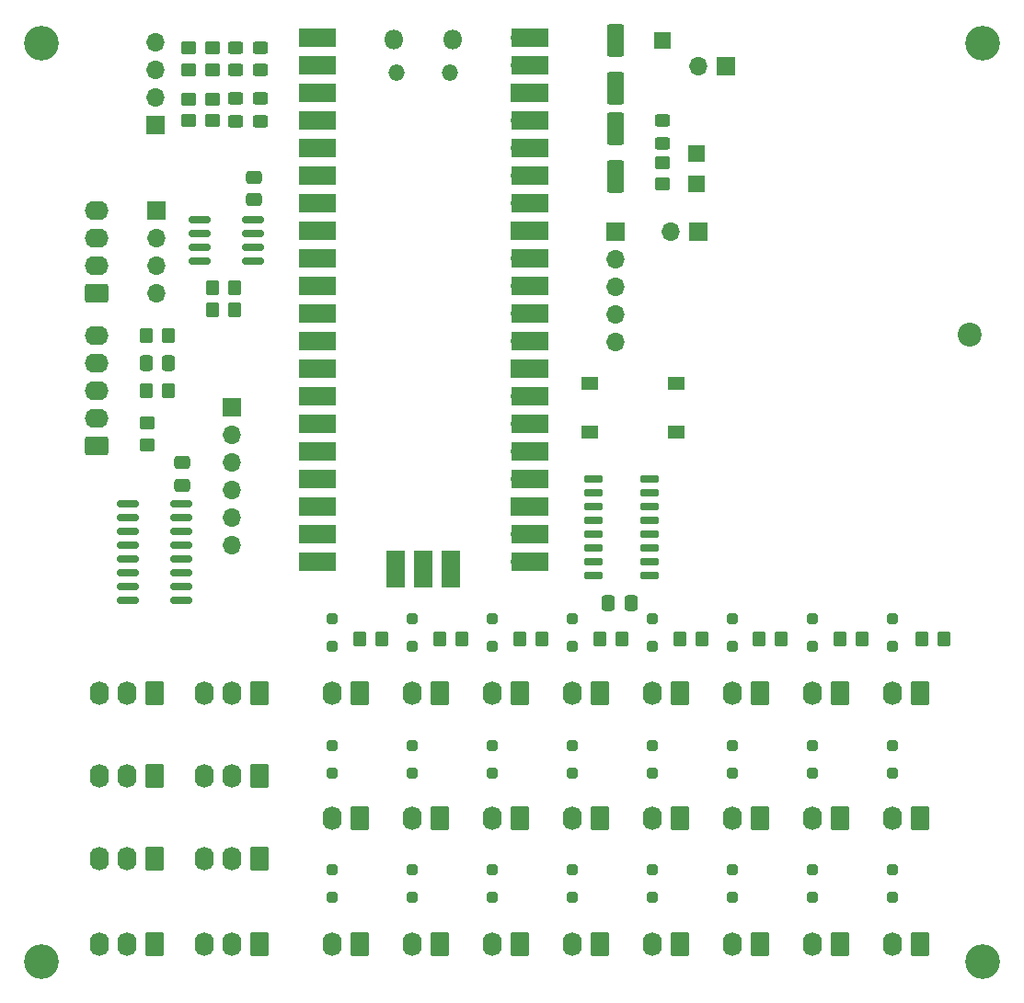
<source format=gts>
%TF.GenerationSoftware,KiCad,Pcbnew,8.0.2*%
%TF.CreationDate,2024-05-29T13:58:31+02:00*%
%TF.ProjectId,porscheMuehk,706f7273-6368-4654-9d75-65686b2e6b69,rev?*%
%TF.SameCoordinates,Original*%
%TF.FileFunction,Soldermask,Top*%
%TF.FilePolarity,Negative*%
%FSLAX46Y46*%
G04 Gerber Fmt 4.6, Leading zero omitted, Abs format (unit mm)*
G04 Created by KiCad (PCBNEW 8.0.2) date 2024-05-29 13:58:31*
%MOMM*%
%LPD*%
G01*
G04 APERTURE LIST*
G04 Aperture macros list*
%AMRoundRect*
0 Rectangle with rounded corners*
0 $1 Rounding radius*
0 $2 $3 $4 $5 $6 $7 $8 $9 X,Y pos of 4 corners*
0 Add a 4 corners polygon primitive as box body*
4,1,4,$2,$3,$4,$5,$6,$7,$8,$9,$2,$3,0*
0 Add four circle primitives for the rounded corners*
1,1,$1+$1,$2,$3*
1,1,$1+$1,$4,$5*
1,1,$1+$1,$6,$7*
1,1,$1+$1,$8,$9*
0 Add four rect primitives between the rounded corners*
20,1,$1+$1,$2,$3,$4,$5,0*
20,1,$1+$1,$4,$5,$6,$7,0*
20,1,$1+$1,$6,$7,$8,$9,0*
20,1,$1+$1,$8,$9,$2,$3,0*%
G04 Aperture macros list end*
%ADD10RoundRect,0.250000X0.620000X0.845000X-0.620000X0.845000X-0.620000X-0.845000X0.620000X-0.845000X0*%
%ADD11O,1.740000X2.190000*%
%ADD12RoundRect,0.250000X-0.250000X0.250000X-0.250000X-0.250000X0.250000X-0.250000X0.250000X0.250000X0*%
%ADD13RoundRect,0.250000X-0.450000X0.350000X-0.450000X-0.350000X0.450000X-0.350000X0.450000X0.350000X0*%
%ADD14C,3.200000*%
%ADD15RoundRect,0.250000X0.350000X0.450000X-0.350000X0.450000X-0.350000X-0.450000X0.350000X-0.450000X0*%
%ADD16RoundRect,0.250000X-0.550000X1.250000X-0.550000X-1.250000X0.550000X-1.250000X0.550000X1.250000X0*%
%ADD17RoundRect,0.250000X0.450000X-0.350000X0.450000X0.350000X-0.450000X0.350000X-0.450000X-0.350000X0*%
%ADD18RoundRect,0.250000X0.337500X0.475000X-0.337500X0.475000X-0.337500X-0.475000X0.337500X-0.475000X0*%
%ADD19RoundRect,0.150000X-0.825000X-0.150000X0.825000X-0.150000X0.825000X0.150000X-0.825000X0.150000X0*%
%ADD20R,1.550000X1.300000*%
%ADD21C,2.200000*%
%ADD22RoundRect,0.250000X-0.337500X-0.475000X0.337500X-0.475000X0.337500X0.475000X-0.337500X0.475000X0*%
%ADD23RoundRect,0.150000X0.725000X0.150000X-0.725000X0.150000X-0.725000X-0.150000X0.725000X-0.150000X0*%
%ADD24RoundRect,0.250000X-0.450000X0.325000X-0.450000X-0.325000X0.450000X-0.325000X0.450000X0.325000X0*%
%ADD25R,1.500000X1.500000*%
%ADD26R,1.700000X1.700000*%
%ADD27O,1.700000X1.700000*%
%ADD28RoundRect,0.250000X-0.350000X-0.450000X0.350000X-0.450000X0.350000X0.450000X-0.350000X0.450000X0*%
%ADD29RoundRect,0.250000X0.475000X-0.337500X0.475000X0.337500X-0.475000X0.337500X-0.475000X-0.337500X0*%
%ADD30RoundRect,0.250000X0.845000X-0.620000X0.845000X0.620000X-0.845000X0.620000X-0.845000X-0.620000X0*%
%ADD31O,2.190000X1.740000*%
%ADD32RoundRect,0.250000X0.550000X-1.250000X0.550000X1.250000X-0.550000X1.250000X-0.550000X-1.250000X0*%
%ADD33O,1.800000X1.800000*%
%ADD34O,1.500000X1.500000*%
%ADD35R,3.500000X1.700000*%
%ADD36R,1.700000X3.500000*%
G04 APERTURE END LIST*
D10*
%TO.C,J42*%
X91313000Y-106152000D03*
D11*
X88773000Y-106152000D03*
%TD*%
D12*
%TO.C,D22*%
X51943000Y-99334000D03*
X51943000Y-101834000D03*
%TD*%
D13*
%TO.C,R4*%
X38735000Y-28337000D03*
X38735000Y-30337000D03*
%TD*%
D14*
%TO.C,REF\u002A\u002A*%
X111800000Y-107800000D03*
%TD*%
D15*
%TO.C,R8*%
X36814000Y-55245000D03*
X34814000Y-55245000D03*
%TD*%
D14*
%TO.C,REF\u002A\u002A*%
X111800000Y-23200000D03*
%TD*%
D15*
%TO.C,R13*%
X71231000Y-78105000D03*
X69231000Y-78105000D03*
%TD*%
D16*
%TO.C,C1*%
X77978000Y-22946000D03*
X77978000Y-27346000D03*
%TD*%
D15*
%TO.C,R9*%
X36814000Y-50165000D03*
X34814000Y-50165000D03*
%TD*%
D10*
%TO.C,J41*%
X83947000Y-106152000D03*
D11*
X81407000Y-106152000D03*
%TD*%
D12*
%TO.C,D19*%
X88773000Y-87904000D03*
X88773000Y-90404000D03*
%TD*%
D17*
%TO.C,R3*%
X38735000Y-25638000D03*
X38735000Y-23638000D03*
%TD*%
D10*
%TO.C,J30*%
X61849000Y-94595000D03*
D11*
X59309000Y-94595000D03*
%TD*%
D12*
%TO.C,D18*%
X81407000Y-87904000D03*
X81407000Y-90404000D03*
%TD*%
D18*
%TO.C,C3*%
X36851500Y-52705000D03*
X34776500Y-52705000D03*
%TD*%
D12*
%TO.C,D24*%
X66675000Y-99334000D03*
X66675000Y-101834000D03*
%TD*%
%TO.C,D21*%
X103505000Y-87904000D03*
X103505000Y-90404000D03*
%TD*%
D19*
%TO.C,U2*%
X33085000Y-65659000D03*
X33085000Y-66929000D03*
X33085000Y-68199000D03*
X33085000Y-69469000D03*
X33085000Y-70739000D03*
X33085000Y-72009000D03*
X33085000Y-73279000D03*
X33085000Y-74549000D03*
X38035000Y-74549000D03*
X38035000Y-73279000D03*
X38035000Y-72009000D03*
X38035000Y-70739000D03*
X38035000Y-69469000D03*
X38035000Y-68199000D03*
X38035000Y-66929000D03*
X38035000Y-65659000D03*
%TD*%
D17*
%TO.C,R10*%
X34925000Y-60182000D03*
X34925000Y-58182000D03*
%TD*%
D10*
%TO.C,J33*%
X83947000Y-94595000D03*
D11*
X81407000Y-94595000D03*
%TD*%
D12*
%TO.C,D7*%
X59309000Y-76220000D03*
X59309000Y-78720000D03*
%TD*%
D10*
%TO.C,J23*%
X69215000Y-83038000D03*
D11*
X66675000Y-83038000D03*
%TD*%
D12*
%TO.C,D10*%
X81407000Y-76220000D03*
X81407000Y-78720000D03*
%TD*%
%TO.C,D26*%
X81407000Y-99334000D03*
X81407000Y-101834000D03*
%TD*%
D10*
%TO.C,J44*%
X106045000Y-106152000D03*
D11*
X103505000Y-106152000D03*
%TD*%
D10*
%TO.C,J29*%
X54483000Y-94595000D03*
D11*
X51943000Y-94595000D03*
%TD*%
D15*
%TO.C,R12*%
X63865000Y-78105000D03*
X61865000Y-78105000D03*
%TD*%
D20*
%TO.C,SW1*%
X75654000Y-54519000D03*
X83604000Y-54519000D03*
X75654000Y-59019000D03*
X83604000Y-59019000D03*
%TD*%
D12*
%TO.C,D11*%
X88773000Y-76220000D03*
X88773000Y-78720000D03*
%TD*%
%TO.C,D23*%
X59309000Y-99334000D03*
X59309000Y-101834000D03*
%TD*%
D15*
%TO.C,R17*%
X100695000Y-78105000D03*
X98695000Y-78105000D03*
%TD*%
D21*
%TO.C,REF\u002A\u002A*%
X110628000Y-50033000D03*
%TD*%
D10*
%TO.C,J36*%
X106045000Y-94595000D03*
D11*
X103505000Y-94595000D03*
%TD*%
D19*
%TO.C,U3*%
X39689000Y-39497000D03*
X39689000Y-40767000D03*
X39689000Y-42037000D03*
X39689000Y-43307000D03*
X44639000Y-43307000D03*
X44639000Y-42037000D03*
X44639000Y-40767000D03*
X44639000Y-39497000D03*
%TD*%
D12*
%TO.C,D12*%
X96139000Y-76220000D03*
X96139000Y-78720000D03*
%TD*%
D10*
%TO.C,J20*%
X45212000Y-83058000D03*
D11*
X42672000Y-83058000D03*
X40132000Y-83058000D03*
%TD*%
D10*
%TO.C,J16*%
X35560000Y-83058000D03*
D11*
X33020000Y-83058000D03*
X30480000Y-83058000D03*
%TD*%
D10*
%TO.C,J28*%
X106045000Y-83038000D03*
D11*
X103505000Y-83038000D03*
%TD*%
D10*
%TO.C,J32*%
X76581000Y-94595000D03*
D11*
X74041000Y-94595000D03*
%TD*%
D22*
%TO.C,C6*%
X77321500Y-74803000D03*
X79396500Y-74803000D03*
%TD*%
D10*
%TO.C,J34*%
X91313000Y-94595000D03*
D11*
X88773000Y-94595000D03*
%TD*%
D15*
%TO.C,R11*%
X56499000Y-78105000D03*
X54499000Y-78105000D03*
%TD*%
D23*
%TO.C,U4*%
X81096000Y-72263000D03*
X81096000Y-70993000D03*
X81096000Y-69723000D03*
X81096000Y-68453000D03*
X81096000Y-67183000D03*
X81096000Y-65913000D03*
X81096000Y-64643000D03*
X81096000Y-63373000D03*
X75946000Y-63373000D03*
X75946000Y-64643000D03*
X75946000Y-65913000D03*
X75946000Y-67183000D03*
X75946000Y-68453000D03*
X75946000Y-69723000D03*
X75946000Y-70993000D03*
X75946000Y-72263000D03*
%TD*%
D12*
%TO.C,D20*%
X96139000Y-87904000D03*
X96139000Y-90404000D03*
%TD*%
D13*
%TO.C,R5*%
X40894000Y-28337000D03*
X40894000Y-30337000D03*
%TD*%
D15*
%TO.C,R15*%
X85963000Y-78105000D03*
X83963000Y-78105000D03*
%TD*%
D10*
%TO.C,J38*%
X61849000Y-106152000D03*
D11*
X59309000Y-106152000D03*
%TD*%
D24*
%TO.C,D4*%
X45339000Y-28312000D03*
X45339000Y-30362000D03*
%TD*%
D10*
%TO.C,J22*%
X61849000Y-83038000D03*
D11*
X59309000Y-83038000D03*
%TD*%
D25*
%TO.C,J6*%
X82296000Y-22987000D03*
%TD*%
D10*
%TO.C,J13*%
X35560000Y-106176000D03*
D11*
X33020000Y-106176000D03*
X30480000Y-106176000D03*
%TD*%
D10*
%TO.C,J39*%
X69215000Y-106152000D03*
D11*
X66675000Y-106152000D03*
%TD*%
D12*
%TO.C,D17*%
X74041000Y-87904000D03*
X74041000Y-90404000D03*
%TD*%
D10*
%TO.C,J40*%
X76581000Y-106152000D03*
D11*
X74041000Y-106152000D03*
%TD*%
D26*
%TO.C,J3*%
X35712000Y-38608000D03*
D27*
X35712000Y-41148000D03*
X35712000Y-43688000D03*
X35712000Y-46228000D03*
%TD*%
D15*
%TO.C,R16*%
X93202000Y-78105000D03*
X91202000Y-78105000D03*
%TD*%
D10*
%TO.C,J31*%
X69215000Y-94595000D03*
D11*
X66675000Y-94595000D03*
%TD*%
D15*
%TO.C,R18*%
X108188000Y-78105000D03*
X106188000Y-78105000D03*
%TD*%
D10*
%TO.C,J26*%
X91313000Y-83038000D03*
D11*
X88773000Y-83038000D03*
%TD*%
D12*
%TO.C,D15*%
X59309000Y-87904000D03*
X59309000Y-90404000D03*
%TD*%
D10*
%TO.C,J35*%
X98679000Y-94595000D03*
D11*
X96139000Y-94595000D03*
%TD*%
D12*
%TO.C,D29*%
X103505000Y-99334000D03*
X103505000Y-101834000D03*
%TD*%
D10*
%TO.C,J14*%
X35560000Y-98298000D03*
D11*
X33020000Y-98298000D03*
X30480000Y-98298000D03*
%TD*%
D28*
%TO.C,R7*%
X40910000Y-47752000D03*
X42910000Y-47752000D03*
%TD*%
D10*
%TO.C,J25*%
X83947000Y-83038000D03*
D11*
X81407000Y-83038000D03*
%TD*%
D26*
%TO.C,J1*%
X35687000Y-30734000D03*
D27*
X35687000Y-28194000D03*
X35687000Y-25654000D03*
X35687000Y-23114000D03*
%TD*%
D26*
%TO.C,J4*%
X42697000Y-56769000D03*
D27*
X42697000Y-59309000D03*
X42697000Y-61849000D03*
X42697000Y-64389000D03*
X42697000Y-66929000D03*
X42697000Y-69469000D03*
%TD*%
D12*
%TO.C,D25*%
X74041000Y-99334000D03*
X74041000Y-101834000D03*
%TD*%
D28*
%TO.C,R6*%
X40910000Y-45720000D03*
X42910000Y-45720000D03*
%TD*%
D10*
%TO.C,J19*%
X45212000Y-90678000D03*
D11*
X42672000Y-90678000D03*
X40132000Y-90678000D03*
%TD*%
D10*
%TO.C,J21*%
X54483000Y-83038000D03*
D11*
X51943000Y-83038000D03*
%TD*%
D12*
%TO.C,D13*%
X103505000Y-76220000D03*
X103505000Y-78720000D03*
%TD*%
D24*
%TO.C,D1*%
X82296000Y-30344000D03*
X82296000Y-32394000D03*
%TD*%
D29*
%TO.C,C4*%
X44704000Y-37613500D03*
X44704000Y-35538500D03*
%TD*%
D25*
%TO.C,J10*%
X85471000Y-36195000D03*
%TD*%
%TO.C,J9*%
X85471000Y-33401000D03*
%TD*%
D12*
%TO.C,D6*%
X51943000Y-76220000D03*
X51943000Y-78720000D03*
%TD*%
%TO.C,D27*%
X88773000Y-99334000D03*
X88773000Y-101834000D03*
%TD*%
%TO.C,D9*%
X74041000Y-76220000D03*
X74041000Y-78720000D03*
%TD*%
%TO.C,D16*%
X66675000Y-87904000D03*
X66675000Y-90404000D03*
%TD*%
D30*
%TO.C,J2*%
X30246000Y-46228000D03*
D31*
X30246000Y-43688000D03*
X30246000Y-41148000D03*
X30246000Y-38608000D03*
%TD*%
D12*
%TO.C,D14*%
X51943000Y-87904000D03*
X51943000Y-90404000D03*
%TD*%
D13*
%TO.C,R1*%
X82296000Y-34179000D03*
X82296000Y-36179000D03*
%TD*%
D24*
%TO.C,D5*%
X43053000Y-28312000D03*
X43053000Y-30362000D03*
%TD*%
D15*
%TO.C,R14*%
X78597000Y-78105000D03*
X76597000Y-78105000D03*
%TD*%
D30*
%TO.C,J45*%
X30246000Y-60325000D03*
D31*
X30246000Y-57785000D03*
X30246000Y-55245000D03*
X30246000Y-52705000D03*
X30246000Y-50165000D03*
%TD*%
D10*
%TO.C,J27*%
X98679000Y-83038000D03*
D11*
X96139000Y-83038000D03*
%TD*%
D24*
%TO.C,D2*%
X43053000Y-23613000D03*
X43053000Y-25663000D03*
%TD*%
D26*
%TO.C,J5*%
X77958000Y-40543000D03*
D27*
X77958000Y-43083000D03*
X77958000Y-45623000D03*
X77958000Y-48163000D03*
X77958000Y-50703000D03*
%TD*%
D32*
%TO.C,C2*%
X77978000Y-35474000D03*
X77978000Y-31074000D03*
%TD*%
D14*
%TO.C,REF\u002A\u002A*%
X25200000Y-107800000D03*
%TD*%
D17*
%TO.C,R2*%
X40894000Y-25638000D03*
X40894000Y-23638000D03*
%TD*%
D10*
%TO.C,J37*%
X54483000Y-106152000D03*
D11*
X51943000Y-106152000D03*
%TD*%
D10*
%TO.C,J43*%
X98679000Y-106152000D03*
D11*
X96139000Y-106152000D03*
%TD*%
D24*
%TO.C,D3*%
X45339000Y-23613000D03*
X45339000Y-25663000D03*
%TD*%
D26*
%TO.C,J8*%
X88118000Y-25298000D03*
D27*
X85578000Y-25298000D03*
%TD*%
D14*
%TO.C,REF\u002A\u002A*%
X25200000Y-23200000D03*
%TD*%
D10*
%TO.C,J18*%
X45212000Y-98298000D03*
D11*
X42672000Y-98298000D03*
X40132000Y-98298000D03*
%TD*%
D26*
%TO.C,J7*%
X85578000Y-40538000D03*
D27*
X83038000Y-40538000D03*
%TD*%
D33*
%TO.C,U1*%
X57588000Y-22863000D03*
D34*
X57888000Y-25893000D03*
X62738000Y-25893000D03*
D33*
X63038000Y-22863000D03*
D27*
X51423000Y-22733000D03*
D35*
X50523000Y-22733000D03*
D27*
X51423000Y-25273000D03*
D35*
X50523000Y-25273000D03*
D26*
X51423000Y-27813000D03*
D35*
X50523000Y-27813000D03*
D27*
X51423000Y-30353000D03*
D35*
X50523000Y-30353000D03*
D27*
X51423000Y-32893000D03*
D35*
X50523000Y-32893000D03*
D27*
X51423000Y-35433000D03*
D35*
X50523000Y-35433000D03*
D27*
X51423000Y-37973000D03*
D35*
X50523000Y-37973000D03*
D26*
X51423000Y-40513000D03*
D35*
X50523000Y-40513000D03*
D27*
X51423000Y-43053000D03*
D35*
X50523000Y-43053000D03*
D27*
X51423000Y-45593000D03*
D35*
X50523000Y-45593000D03*
D27*
X51423000Y-48133000D03*
D35*
X50523000Y-48133000D03*
D27*
X51423000Y-50673000D03*
D35*
X50523000Y-50673000D03*
D26*
X51423000Y-53213000D03*
D35*
X50523000Y-53213000D03*
D27*
X51423000Y-55753000D03*
D35*
X50523000Y-55753000D03*
D27*
X51423000Y-58293000D03*
D35*
X50523000Y-58293000D03*
D27*
X51423000Y-60833000D03*
D35*
X50523000Y-60833000D03*
D27*
X51423000Y-63373000D03*
D35*
X50523000Y-63373000D03*
D26*
X51423000Y-65913000D03*
D35*
X50523000Y-65913000D03*
D27*
X51423000Y-68453000D03*
D35*
X50523000Y-68453000D03*
D27*
X51423000Y-70993000D03*
D35*
X50523000Y-70993000D03*
D27*
X69203000Y-70993000D03*
D35*
X70103000Y-70993000D03*
D27*
X69203000Y-68453000D03*
D35*
X70103000Y-68453000D03*
D26*
X69203000Y-65913000D03*
D35*
X70103000Y-65913000D03*
D27*
X69203000Y-63373000D03*
D35*
X70103000Y-63373000D03*
D27*
X69203000Y-60833000D03*
D35*
X70103000Y-60833000D03*
D27*
X69203000Y-58293000D03*
D35*
X70103000Y-58293000D03*
D27*
X69203000Y-55753000D03*
D35*
X70103000Y-55753000D03*
D26*
X69203000Y-53213000D03*
D35*
X70103000Y-53213000D03*
D27*
X69203000Y-50673000D03*
D35*
X70103000Y-50673000D03*
D27*
X69203000Y-48133000D03*
D35*
X70103000Y-48133000D03*
D27*
X69203000Y-45593000D03*
D35*
X70103000Y-45593000D03*
D27*
X69203000Y-43053000D03*
D35*
X70103000Y-43053000D03*
D26*
X69203000Y-40513000D03*
D35*
X70103000Y-40513000D03*
D27*
X69203000Y-37973000D03*
D35*
X70103000Y-37973000D03*
D27*
X69203000Y-35433000D03*
D35*
X70103000Y-35433000D03*
D27*
X69203000Y-32893000D03*
D35*
X70103000Y-32893000D03*
D27*
X69203000Y-30353000D03*
D35*
X70103000Y-30353000D03*
D26*
X69203000Y-27813000D03*
D35*
X70103000Y-27813000D03*
D27*
X69203000Y-25273000D03*
D35*
X70103000Y-25273000D03*
D27*
X69203000Y-22733000D03*
D35*
X70103000Y-22733000D03*
D27*
X57773000Y-70763000D03*
D36*
X57773000Y-71663000D03*
D26*
X60313000Y-70763000D03*
D36*
X60313000Y-71663000D03*
D27*
X62853000Y-70763000D03*
D36*
X62853000Y-71663000D03*
%TD*%
D10*
%TO.C,J17*%
X45212000Y-106176000D03*
D11*
X42672000Y-106176000D03*
X40132000Y-106176000D03*
%TD*%
D10*
%TO.C,J24*%
X76581000Y-83038000D03*
D11*
X74041000Y-83038000D03*
%TD*%
D12*
%TO.C,D8*%
X66675000Y-76220000D03*
X66675000Y-78720000D03*
%TD*%
D29*
%TO.C,C5*%
X38100000Y-63902500D03*
X38100000Y-61827500D03*
%TD*%
D10*
%TO.C,J15*%
X35560000Y-90678000D03*
D11*
X33020000Y-90678000D03*
X30480000Y-90678000D03*
%TD*%
D12*
%TO.C,D28*%
X96139000Y-99334000D03*
X96139000Y-101834000D03*
%TD*%
M02*

</source>
